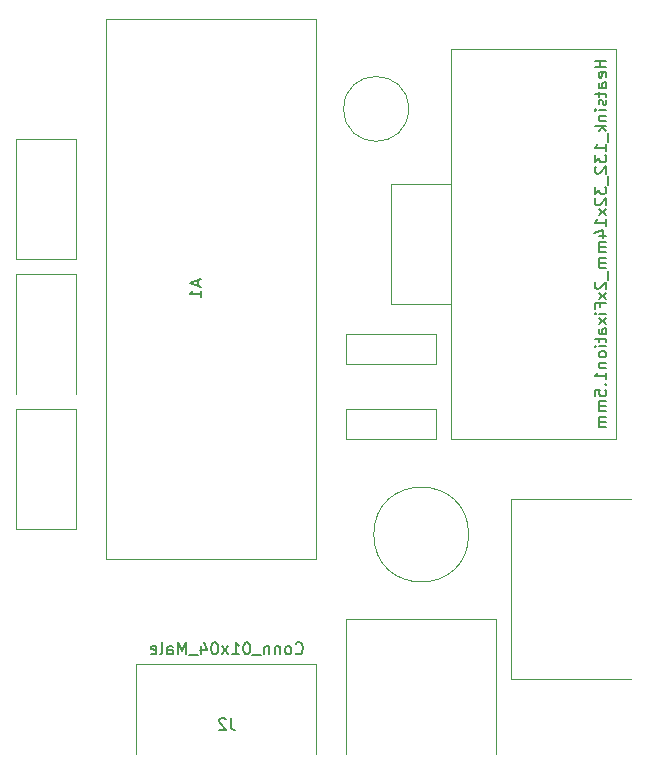
<source format=gbr>
G04 #@! TF.GenerationSoftware,KiCad,Pcbnew,(5.1.5)-3*
G04 #@! TF.CreationDate,2020-02-13T17:55:15+03:00*
G04 #@! TF.ProjectId,TV_led_driver,54565f6c-6564-45f6-9472-697665722e6b,rev?*
G04 #@! TF.SameCoordinates,Original*
G04 #@! TF.FileFunction,Legend,Bot*
G04 #@! TF.FilePolarity,Positive*
%FSLAX46Y46*%
G04 Gerber Fmt 4.6, Leading zero omitted, Abs format (unit mm)*
G04 Created by KiCad (PCBNEW (5.1.5)-3) date 2020-02-13 17:55:15*
%MOMM*%
%LPD*%
G04 APERTURE LIST*
%ADD10C,0.120000*%
%ADD11C,0.150000*%
G04 APERTURE END LIST*
D10*
X115570000Y-67310000D02*
X120650000Y-67310000D01*
X115570000Y-77470000D02*
X115570000Y-67310000D01*
X120650000Y-77470000D02*
X115570000Y-77470000D01*
X120650000Y-67310000D02*
X120650000Y-77470000D01*
X115570000Y-78740000D02*
X120650000Y-78740000D01*
X115570000Y-88900000D02*
X115570000Y-78740000D01*
X120650000Y-100330000D02*
X120650000Y-95250000D01*
X120650000Y-78740000D02*
X120650000Y-88900000D01*
X115570000Y-90170000D02*
X120650000Y-90170000D01*
X115570000Y-100330000D02*
X115570000Y-90170000D01*
X120650000Y-100330000D02*
X115570000Y-100330000D01*
X120650000Y-90170000D02*
X120650000Y-100330000D01*
X153884973Y-100809433D02*
G75*
G03X153884973Y-100809433I-4016093J0D01*
G01*
X143510000Y-92710000D02*
X143510000Y-90170000D01*
X151130000Y-92710000D02*
X143510000Y-92710000D01*
X151130000Y-90170000D02*
X151130000Y-92710000D01*
X143510000Y-90170000D02*
X151130000Y-90170000D01*
X143510000Y-86360000D02*
X143510000Y-83820000D01*
X151130000Y-86360000D02*
X143510000Y-86360000D01*
X151130000Y-83820000D02*
X151130000Y-86360000D01*
X143510000Y-83820000D02*
X151130000Y-83820000D01*
X147320000Y-81280000D02*
X152400000Y-81280000D01*
X147320000Y-71120000D02*
X147320000Y-81280000D01*
X152400000Y-71120000D02*
X147320000Y-71120000D01*
X166370000Y-92710000D02*
X152400000Y-92710000D01*
X166370000Y-59690000D02*
X166370000Y-92710000D01*
X152400000Y-59690000D02*
X166370000Y-59690000D01*
X152400000Y-92710000D02*
X152400000Y-59690000D01*
X140970000Y-111760000D02*
X140970000Y-119380000D01*
X125730000Y-111760000D02*
X140970000Y-111760000D01*
X125730000Y-119380000D02*
X125730000Y-111760000D01*
X156210000Y-107950000D02*
X156210000Y-119380000D01*
X143510000Y-107950000D02*
X156210000Y-107950000D01*
X143510000Y-119380000D02*
X143510000Y-107950000D01*
X167640000Y-97790000D02*
X166370000Y-97790000D01*
X157480000Y-113030000D02*
X167640000Y-113030000D01*
X157480000Y-97790000D02*
X157480000Y-113030000D01*
X166370000Y-97790000D02*
X157480000Y-97790000D01*
X148796092Y-64770000D02*
G75*
G03X148796092Y-64770000I-2746092J0D01*
G01*
X123190000Y-102870000D02*
X123190000Y-57150000D01*
X140970000Y-102870000D02*
X123190000Y-102870000D01*
X140970000Y-57150000D02*
X140970000Y-102870000D01*
X123190000Y-57150000D02*
X140970000Y-57150000D01*
D11*
X165552380Y-60676190D02*
X164552380Y-60676190D01*
X165028571Y-60676190D02*
X165028571Y-61247619D01*
X165552380Y-61247619D02*
X164552380Y-61247619D01*
X165504761Y-62104761D02*
X165552380Y-62009523D01*
X165552380Y-61819047D01*
X165504761Y-61723809D01*
X165409523Y-61676190D01*
X165028571Y-61676190D01*
X164933333Y-61723809D01*
X164885714Y-61819047D01*
X164885714Y-62009523D01*
X164933333Y-62104761D01*
X165028571Y-62152380D01*
X165123809Y-62152380D01*
X165219047Y-61676190D01*
X165552380Y-63009523D02*
X165028571Y-63009523D01*
X164933333Y-62961904D01*
X164885714Y-62866666D01*
X164885714Y-62676190D01*
X164933333Y-62580952D01*
X165504761Y-63009523D02*
X165552380Y-62914285D01*
X165552380Y-62676190D01*
X165504761Y-62580952D01*
X165409523Y-62533333D01*
X165314285Y-62533333D01*
X165219047Y-62580952D01*
X165171428Y-62676190D01*
X165171428Y-62914285D01*
X165123809Y-63009523D01*
X164885714Y-63342857D02*
X164885714Y-63723809D01*
X164552380Y-63485714D02*
X165409523Y-63485714D01*
X165504761Y-63533333D01*
X165552380Y-63628571D01*
X165552380Y-63723809D01*
X165504761Y-64009523D02*
X165552380Y-64104761D01*
X165552380Y-64295238D01*
X165504761Y-64390476D01*
X165409523Y-64438095D01*
X165361904Y-64438095D01*
X165266666Y-64390476D01*
X165219047Y-64295238D01*
X165219047Y-64152380D01*
X165171428Y-64057142D01*
X165076190Y-64009523D01*
X165028571Y-64009523D01*
X164933333Y-64057142D01*
X164885714Y-64152380D01*
X164885714Y-64295238D01*
X164933333Y-64390476D01*
X165552380Y-64866666D02*
X164885714Y-64866666D01*
X164552380Y-64866666D02*
X164600000Y-64819047D01*
X164647619Y-64866666D01*
X164600000Y-64914285D01*
X164552380Y-64866666D01*
X164647619Y-64866666D01*
X164885714Y-65342857D02*
X165552380Y-65342857D01*
X164980952Y-65342857D02*
X164933333Y-65390476D01*
X164885714Y-65485714D01*
X164885714Y-65628571D01*
X164933333Y-65723809D01*
X165028571Y-65771428D01*
X165552380Y-65771428D01*
X165552380Y-66247619D02*
X164552380Y-66247619D01*
X165171428Y-66342857D02*
X165552380Y-66628571D01*
X164885714Y-66628571D02*
X165266666Y-66247619D01*
X165647619Y-66819047D02*
X165647619Y-67580952D01*
X165552380Y-68342857D02*
X165552380Y-67771428D01*
X165552380Y-68057142D02*
X164552380Y-68057142D01*
X164695238Y-67961904D01*
X164790476Y-67866666D01*
X164838095Y-67771428D01*
X164552380Y-68676190D02*
X164552380Y-69295238D01*
X164933333Y-68961904D01*
X164933333Y-69104761D01*
X164980952Y-69200000D01*
X165028571Y-69247619D01*
X165123809Y-69295238D01*
X165361904Y-69295238D01*
X165457142Y-69247619D01*
X165504761Y-69200000D01*
X165552380Y-69104761D01*
X165552380Y-68819047D01*
X165504761Y-68723809D01*
X165457142Y-68676190D01*
X164647619Y-69676190D02*
X164600000Y-69723809D01*
X164552380Y-69819047D01*
X164552380Y-70057142D01*
X164600000Y-70152380D01*
X164647619Y-70200000D01*
X164742857Y-70247619D01*
X164838095Y-70247619D01*
X164980952Y-70200000D01*
X165552380Y-69628571D01*
X165552380Y-70247619D01*
X165647619Y-70438095D02*
X165647619Y-71200000D01*
X164552380Y-71342857D02*
X164552380Y-71961904D01*
X164933333Y-71628571D01*
X164933333Y-71771428D01*
X164980952Y-71866666D01*
X165028571Y-71914285D01*
X165123809Y-71961904D01*
X165361904Y-71961904D01*
X165457142Y-71914285D01*
X165504761Y-71866666D01*
X165552380Y-71771428D01*
X165552380Y-71485714D01*
X165504761Y-71390476D01*
X165457142Y-71342857D01*
X164647619Y-72342857D02*
X164600000Y-72390476D01*
X164552380Y-72485714D01*
X164552380Y-72723809D01*
X164600000Y-72819047D01*
X164647619Y-72866666D01*
X164742857Y-72914285D01*
X164838095Y-72914285D01*
X164980952Y-72866666D01*
X165552380Y-72295238D01*
X165552380Y-72914285D01*
X165552380Y-73247619D02*
X164885714Y-73771428D01*
X164885714Y-73247619D02*
X165552380Y-73771428D01*
X165552380Y-74676190D02*
X165552380Y-74104761D01*
X165552380Y-74390476D02*
X164552380Y-74390476D01*
X164695238Y-74295238D01*
X164790476Y-74200000D01*
X164838095Y-74104761D01*
X164885714Y-75533333D02*
X165552380Y-75533333D01*
X164504761Y-75295238D02*
X165219047Y-75057142D01*
X165219047Y-75676190D01*
X165552380Y-76057142D02*
X164885714Y-76057142D01*
X164980952Y-76057142D02*
X164933333Y-76104761D01*
X164885714Y-76200000D01*
X164885714Y-76342857D01*
X164933333Y-76438095D01*
X165028571Y-76485714D01*
X165552380Y-76485714D01*
X165028571Y-76485714D02*
X164933333Y-76533333D01*
X164885714Y-76628571D01*
X164885714Y-76771428D01*
X164933333Y-76866666D01*
X165028571Y-76914285D01*
X165552380Y-76914285D01*
X165552380Y-77390476D02*
X164885714Y-77390476D01*
X164980952Y-77390476D02*
X164933333Y-77438095D01*
X164885714Y-77533333D01*
X164885714Y-77676190D01*
X164933333Y-77771428D01*
X165028571Y-77819047D01*
X165552380Y-77819047D01*
X165028571Y-77819047D02*
X164933333Y-77866666D01*
X164885714Y-77961904D01*
X164885714Y-78104761D01*
X164933333Y-78200000D01*
X165028571Y-78247619D01*
X165552380Y-78247619D01*
X165647619Y-78485714D02*
X165647619Y-79247619D01*
X164647619Y-79438095D02*
X164600000Y-79485714D01*
X164552380Y-79580952D01*
X164552380Y-79819047D01*
X164600000Y-79914285D01*
X164647619Y-79961904D01*
X164742857Y-80009523D01*
X164838095Y-80009523D01*
X164980952Y-79961904D01*
X165552380Y-79390476D01*
X165552380Y-80009523D01*
X165552380Y-80342857D02*
X164885714Y-80866666D01*
X164885714Y-80342857D02*
X165552380Y-80866666D01*
X165028571Y-81580952D02*
X165028571Y-81247619D01*
X165552380Y-81247619D02*
X164552380Y-81247619D01*
X164552380Y-81723809D01*
X165552380Y-82104761D02*
X164885714Y-82104761D01*
X164552380Y-82104761D02*
X164600000Y-82057142D01*
X164647619Y-82104761D01*
X164600000Y-82152380D01*
X164552380Y-82104761D01*
X164647619Y-82104761D01*
X165552380Y-82485714D02*
X164885714Y-83009523D01*
X164885714Y-82485714D02*
X165552380Y-83009523D01*
X165552380Y-83819047D02*
X165028571Y-83819047D01*
X164933333Y-83771428D01*
X164885714Y-83676190D01*
X164885714Y-83485714D01*
X164933333Y-83390476D01*
X165504761Y-83819047D02*
X165552380Y-83723809D01*
X165552380Y-83485714D01*
X165504761Y-83390476D01*
X165409523Y-83342857D01*
X165314285Y-83342857D01*
X165219047Y-83390476D01*
X165171428Y-83485714D01*
X165171428Y-83723809D01*
X165123809Y-83819047D01*
X164885714Y-84152380D02*
X164885714Y-84533333D01*
X164552380Y-84295238D02*
X165409523Y-84295238D01*
X165504761Y-84342857D01*
X165552380Y-84438095D01*
X165552380Y-84533333D01*
X165552380Y-84866666D02*
X164885714Y-84866666D01*
X164552380Y-84866666D02*
X164600000Y-84819047D01*
X164647619Y-84866666D01*
X164600000Y-84914285D01*
X164552380Y-84866666D01*
X164647619Y-84866666D01*
X165552380Y-85485714D02*
X165504761Y-85390476D01*
X165457142Y-85342857D01*
X165361904Y-85295238D01*
X165076190Y-85295238D01*
X164980952Y-85342857D01*
X164933333Y-85390476D01*
X164885714Y-85485714D01*
X164885714Y-85628571D01*
X164933333Y-85723809D01*
X164980952Y-85771428D01*
X165076190Y-85819047D01*
X165361904Y-85819047D01*
X165457142Y-85771428D01*
X165504761Y-85723809D01*
X165552380Y-85628571D01*
X165552380Y-85485714D01*
X164885714Y-86247619D02*
X165552380Y-86247619D01*
X164980952Y-86247619D02*
X164933333Y-86295238D01*
X164885714Y-86390476D01*
X164885714Y-86533333D01*
X164933333Y-86628571D01*
X165028571Y-86676190D01*
X165552380Y-86676190D01*
X165552380Y-87676190D02*
X165552380Y-87104761D01*
X165552380Y-87390476D02*
X164552380Y-87390476D01*
X164695238Y-87295238D01*
X164790476Y-87200000D01*
X164838095Y-87104761D01*
X165457142Y-88104761D02*
X165504761Y-88152380D01*
X165552380Y-88104761D01*
X165504761Y-88057142D01*
X165457142Y-88104761D01*
X165552380Y-88104761D01*
X164552380Y-89057142D02*
X164552380Y-88580952D01*
X165028571Y-88533333D01*
X164980952Y-88580952D01*
X164933333Y-88676190D01*
X164933333Y-88914285D01*
X164980952Y-89009523D01*
X165028571Y-89057142D01*
X165123809Y-89104761D01*
X165361904Y-89104761D01*
X165457142Y-89057142D01*
X165504761Y-89009523D01*
X165552380Y-88914285D01*
X165552380Y-88676190D01*
X165504761Y-88580952D01*
X165457142Y-88533333D01*
X165552380Y-89533333D02*
X164885714Y-89533333D01*
X164980952Y-89533333D02*
X164933333Y-89580952D01*
X164885714Y-89676190D01*
X164885714Y-89819047D01*
X164933333Y-89914285D01*
X165028571Y-89961904D01*
X165552380Y-89961904D01*
X165028571Y-89961904D02*
X164933333Y-90009523D01*
X164885714Y-90104761D01*
X164885714Y-90247619D01*
X164933333Y-90342857D01*
X165028571Y-90390476D01*
X165552380Y-90390476D01*
X165552380Y-90866666D02*
X164885714Y-90866666D01*
X164980952Y-90866666D02*
X164933333Y-90914285D01*
X164885714Y-91009523D01*
X164885714Y-91152380D01*
X164933333Y-91247619D01*
X165028571Y-91295238D01*
X165552380Y-91295238D01*
X165028571Y-91295238D02*
X164933333Y-91342857D01*
X164885714Y-91438095D01*
X164885714Y-91580952D01*
X164933333Y-91676190D01*
X165028571Y-91723809D01*
X165552380Y-91723809D01*
X139243333Y-110847142D02*
X139290952Y-110894761D01*
X139433809Y-110942380D01*
X139529047Y-110942380D01*
X139671904Y-110894761D01*
X139767142Y-110799523D01*
X139814761Y-110704285D01*
X139862380Y-110513809D01*
X139862380Y-110370952D01*
X139814761Y-110180476D01*
X139767142Y-110085238D01*
X139671904Y-109990000D01*
X139529047Y-109942380D01*
X139433809Y-109942380D01*
X139290952Y-109990000D01*
X139243333Y-110037619D01*
X138671904Y-110942380D02*
X138767142Y-110894761D01*
X138814761Y-110847142D01*
X138862380Y-110751904D01*
X138862380Y-110466190D01*
X138814761Y-110370952D01*
X138767142Y-110323333D01*
X138671904Y-110275714D01*
X138529047Y-110275714D01*
X138433809Y-110323333D01*
X138386190Y-110370952D01*
X138338571Y-110466190D01*
X138338571Y-110751904D01*
X138386190Y-110847142D01*
X138433809Y-110894761D01*
X138529047Y-110942380D01*
X138671904Y-110942380D01*
X137910000Y-110275714D02*
X137910000Y-110942380D01*
X137910000Y-110370952D02*
X137862380Y-110323333D01*
X137767142Y-110275714D01*
X137624285Y-110275714D01*
X137529047Y-110323333D01*
X137481428Y-110418571D01*
X137481428Y-110942380D01*
X137005238Y-110275714D02*
X137005238Y-110942380D01*
X137005238Y-110370952D02*
X136957619Y-110323333D01*
X136862380Y-110275714D01*
X136719523Y-110275714D01*
X136624285Y-110323333D01*
X136576666Y-110418571D01*
X136576666Y-110942380D01*
X136338571Y-111037619D02*
X135576666Y-111037619D01*
X135148095Y-109942380D02*
X135052857Y-109942380D01*
X134957619Y-109990000D01*
X134910000Y-110037619D01*
X134862380Y-110132857D01*
X134814761Y-110323333D01*
X134814761Y-110561428D01*
X134862380Y-110751904D01*
X134910000Y-110847142D01*
X134957619Y-110894761D01*
X135052857Y-110942380D01*
X135148095Y-110942380D01*
X135243333Y-110894761D01*
X135290952Y-110847142D01*
X135338571Y-110751904D01*
X135386190Y-110561428D01*
X135386190Y-110323333D01*
X135338571Y-110132857D01*
X135290952Y-110037619D01*
X135243333Y-109990000D01*
X135148095Y-109942380D01*
X133862380Y-110942380D02*
X134433809Y-110942380D01*
X134148095Y-110942380D02*
X134148095Y-109942380D01*
X134243333Y-110085238D01*
X134338571Y-110180476D01*
X134433809Y-110228095D01*
X133529047Y-110942380D02*
X133005238Y-110275714D01*
X133529047Y-110275714D02*
X133005238Y-110942380D01*
X132433809Y-109942380D02*
X132338571Y-109942380D01*
X132243333Y-109990000D01*
X132195714Y-110037619D01*
X132148095Y-110132857D01*
X132100476Y-110323333D01*
X132100476Y-110561428D01*
X132148095Y-110751904D01*
X132195714Y-110847142D01*
X132243333Y-110894761D01*
X132338571Y-110942380D01*
X132433809Y-110942380D01*
X132529047Y-110894761D01*
X132576666Y-110847142D01*
X132624285Y-110751904D01*
X132671904Y-110561428D01*
X132671904Y-110323333D01*
X132624285Y-110132857D01*
X132576666Y-110037619D01*
X132529047Y-109990000D01*
X132433809Y-109942380D01*
X131243333Y-110275714D02*
X131243333Y-110942380D01*
X131481428Y-109894761D02*
X131719523Y-110609047D01*
X131100476Y-110609047D01*
X130957619Y-111037619D02*
X130195714Y-111037619D01*
X129957619Y-110942380D02*
X129957619Y-109942380D01*
X129624285Y-110656666D01*
X129290952Y-109942380D01*
X129290952Y-110942380D01*
X128386190Y-110942380D02*
X128386190Y-110418571D01*
X128433809Y-110323333D01*
X128529047Y-110275714D01*
X128719523Y-110275714D01*
X128814761Y-110323333D01*
X128386190Y-110894761D02*
X128481428Y-110942380D01*
X128719523Y-110942380D01*
X128814761Y-110894761D01*
X128862380Y-110799523D01*
X128862380Y-110704285D01*
X128814761Y-110609047D01*
X128719523Y-110561428D01*
X128481428Y-110561428D01*
X128386190Y-110513809D01*
X127767142Y-110942380D02*
X127862380Y-110894761D01*
X127910000Y-110799523D01*
X127910000Y-109942380D01*
X127005238Y-110894761D02*
X127100476Y-110942380D01*
X127290952Y-110942380D01*
X127386190Y-110894761D01*
X127433809Y-110799523D01*
X127433809Y-110418571D01*
X127386190Y-110323333D01*
X127290952Y-110275714D01*
X127100476Y-110275714D01*
X127005238Y-110323333D01*
X126957619Y-110418571D01*
X126957619Y-110513809D01*
X127433809Y-110609047D01*
X133743333Y-116352380D02*
X133743333Y-117066666D01*
X133790952Y-117209523D01*
X133886190Y-117304761D01*
X134029047Y-117352380D01*
X134124285Y-117352380D01*
X133314761Y-116447619D02*
X133267142Y-116400000D01*
X133171904Y-116352380D01*
X132933809Y-116352380D01*
X132838571Y-116400000D01*
X132790952Y-116447619D01*
X132743333Y-116542857D01*
X132743333Y-116638095D01*
X132790952Y-116780952D01*
X133362380Y-117352380D01*
X132743333Y-117352380D01*
X130976666Y-79295714D02*
X130976666Y-79771904D01*
X131262380Y-79200476D02*
X130262380Y-79533809D01*
X131262380Y-79867142D01*
X131262380Y-80724285D02*
X131262380Y-80152857D01*
X131262380Y-80438571D02*
X130262380Y-80438571D01*
X130405238Y-80343333D01*
X130500476Y-80248095D01*
X130548095Y-80152857D01*
M02*

</source>
